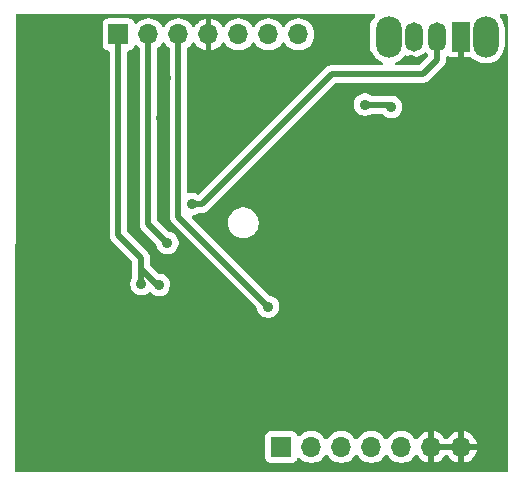
<source format=gbr>
%TF.GenerationSoftware,KiCad,Pcbnew,9.0.0*%
%TF.CreationDate,2026-01-02T12:21:10+01:00*%
%TF.ProjectId,PowerSupply,506f7765-7253-4757-9070-6c792e6b6963,rev?*%
%TF.SameCoordinates,Original*%
%TF.FileFunction,Copper,L2,Bot*%
%TF.FilePolarity,Positive*%
%FSLAX46Y46*%
G04 Gerber Fmt 4.6, Leading zero omitted, Abs format (unit mm)*
G04 Created by KiCad (PCBNEW 9.0.0) date 2026-01-02 12:21:10*
%MOMM*%
%LPD*%
G01*
G04 APERTURE LIST*
%TA.AperFunction,ComponentPad*%
%ADD10R,1.700000X1.700000*%
%TD*%
%TA.AperFunction,ComponentPad*%
%ADD11O,1.700000X1.700000*%
%TD*%
%TA.AperFunction,ComponentPad*%
%ADD12O,2.200000X3.500000*%
%TD*%
%TA.AperFunction,ComponentPad*%
%ADD13R,1.500000X2.500000*%
%TD*%
%TA.AperFunction,ComponentPad*%
%ADD14O,1.500000X2.500000*%
%TD*%
%TA.AperFunction,ViaPad*%
%ADD15C,0.900000*%
%TD*%
%TA.AperFunction,ViaPad*%
%ADD16C,0.600000*%
%TD*%
%TA.AperFunction,Conductor*%
%ADD17C,0.500000*%
%TD*%
G04 APERTURE END LIST*
D10*
%TO.P,J2,1,Pin_1*%
%TO.N,+3.3V*%
X487650000Y-325605000D03*
D11*
%TO.P,J2,2,Pin_2*%
%TO.N,+5V*%
X490190000Y-325605000D03*
%TO.P,J2,3,Pin_3*%
%TO.N,/power SCL*%
X492730000Y-325605000D03*
%TO.P,J2,4,Pin_4*%
%TO.N,/power SDA*%
X495270000Y-325605000D03*
%TO.P,J2,5,Pin_5*%
%TO.N,/voltage Alert Pin*%
X497810000Y-325605000D03*
%TO.P,J2,6,Pin_6*%
%TO.N,GND*%
X500350000Y-325605000D03*
%TO.P,J2,7,Pin_7*%
X502890000Y-325605000D03*
%TD*%
D10*
%TO.P,J1,1,Pin_1*%
%TO.N,/1.8v out*%
X473860000Y-290680000D03*
D11*
%TO.P,J1,2,Pin_2*%
%TO.N,/2.8v out*%
X476400000Y-290680000D03*
%TO.P,J1,3,Pin_3*%
%TO.N,/1.5v out*%
X478940000Y-290680000D03*
%TO.P,J1,4,Pin_4*%
%TO.N,GND*%
X481480000Y-290680000D03*
%TO.P,J1,5,Pin_5*%
%TO.N,/CC2*%
X484020000Y-290680000D03*
%TO.P,J1,6,Pin_6*%
%TO.N,/CC1*%
X486560000Y-290680000D03*
%TO.P,J1,7,Pin_7*%
%TO.N,/USB+*%
X489100000Y-290680000D03*
%TD*%
D12*
%TO.P,SW1,*%
%TO.N,*%
X504960000Y-290880000D03*
X496760000Y-290880000D03*
D13*
%TO.P,SW1,1,A*%
%TO.N,GND*%
X502860000Y-290880000D03*
D14*
%TO.P,SW1,2,B*%
%TO.N,Net-(SW1A-B)*%
X500860000Y-290880000D03*
%TO.P,SW1,3*%
%TO.N,N/C*%
X498860000Y-290880000D03*
%TD*%
D15*
%TO.N,GND*%
X492140000Y-299520000D03*
X488545000Y-311580000D03*
D16*
X485280000Y-302480000D03*
D15*
X482885000Y-299680000D03*
X465645000Y-312200000D03*
X494410000Y-310235000D03*
X467245000Y-292240000D03*
X478565000Y-312245000D03*
X498275000Y-296460000D03*
X474010000Y-322425000D03*
X501885000Y-296130000D03*
X489350000Y-306135000D03*
X497300000Y-320215000D03*
D16*
X477630000Y-300375000D03*
D15*
X477910000Y-294345000D03*
X477480000Y-297735000D03*
X494720000Y-292240000D03*
X471090000Y-322725000D03*
X494205000Y-311705000D03*
X489365000Y-314120000D03*
D16*
X505925000Y-300515000D03*
D15*
X490530000Y-316775000D03*
X502620000Y-294095000D03*
X469130000Y-292275000D03*
X481138002Y-313029498D03*
D16*
X497605000Y-318265000D03*
D15*
X487950000Y-312890000D03*
X484090000Y-317230000D03*
D16*
X496065000Y-303380000D03*
D15*
X475885000Y-320820000D03*
X504130000Y-311640000D03*
X471395000Y-310825000D03*
X490840000Y-311935000D03*
X493680000Y-312995000D03*
X504560000Y-323150000D03*
X501240000Y-302630000D03*
X481100000Y-316450000D03*
D16*
X482140000Y-300295000D03*
D15*
X486990000Y-312525000D03*
X502175000Y-301360000D03*
X501370000Y-322900000D03*
X492065000Y-321455000D03*
D16*
X480450000Y-289565000D03*
D15*
X485480000Y-316135000D03*
X498625000Y-292880000D03*
X486540000Y-321140000D03*
X470750000Y-319210000D03*
D16*
X481235000Y-293915000D03*
D15*
X474980000Y-321625000D03*
%TO.N,/USB+*%
X496955000Y-296825000D03*
X494730000Y-296624998D03*
%TO.N,Net-(SW1A-B)*%
X480075000Y-305055000D03*
%TO.N,/1.5v out*%
X486543175Y-313723175D03*
%TO.N,/1.8v out*%
X475795000Y-311820000D03*
X477315000Y-311895000D03*
%TO.N,/2.8v out*%
X478005000Y-308345000D03*
%TD*%
D17*
%TO.N,/USB+*%
X496955000Y-296825000D02*
X496754998Y-296624998D01*
X496754998Y-296624998D02*
X494730000Y-296624998D01*
%TO.N,Net-(SW1A-B)*%
X500860000Y-290880000D02*
X500860000Y-292815000D01*
X500860000Y-292815000D02*
X499660000Y-294015000D01*
X499660000Y-294015000D02*
X491955000Y-294015000D01*
X480915000Y-305055000D02*
X480075000Y-305055000D01*
X491955000Y-294015000D02*
X480915000Y-305055000D01*
%TO.N,/1.5v out*%
X478940000Y-306120000D02*
X486543175Y-313723175D01*
X478940000Y-290680000D02*
X478940000Y-306120000D01*
%TO.N,/1.8v out*%
X477116497Y-311895000D02*
X475795000Y-310573503D01*
X475795000Y-310573503D02*
X475795000Y-309630000D01*
X475795000Y-309630000D02*
X473860000Y-307695000D01*
X473860000Y-307695000D02*
X473860000Y-290680000D01*
X475795000Y-311820000D02*
X475795000Y-309630000D01*
X477315000Y-311895000D02*
X477116497Y-311895000D01*
%TO.N,/2.8v out*%
X476400000Y-306740000D02*
X478005000Y-308345000D01*
X476400000Y-290680000D02*
X476400000Y-306740000D01*
%TD*%
%TA.AperFunction,Conductor*%
%TO.N,GND*%
G36*
X502424075Y-325412007D02*
G01*
X502390000Y-325539174D01*
X502390000Y-325670826D01*
X502424075Y-325797993D01*
X502456988Y-325855000D01*
X500783012Y-325855000D01*
X500815925Y-325797993D01*
X500850000Y-325670826D01*
X500850000Y-325539174D01*
X500815925Y-325412007D01*
X500783012Y-325355000D01*
X502456988Y-325355000D01*
X502424075Y-325412007D01*
G37*
%TD.AperFunction*%
%TA.AperFunction,Conductor*%
G36*
X495538728Y-288975185D02*
G01*
X495584483Y-289027989D01*
X495594427Y-289097147D01*
X495565402Y-289160703D01*
X495559370Y-289167181D01*
X495539205Y-289187345D01*
X495539201Y-289187350D01*
X495391132Y-289391151D01*
X495276760Y-289615616D01*
X495198910Y-289855214D01*
X495159500Y-290104038D01*
X495159500Y-291655961D01*
X495198910Y-291904785D01*
X495276760Y-292144383D01*
X495308999Y-292207654D01*
X495373286Y-292333825D01*
X495391132Y-292368848D01*
X495539201Y-292572649D01*
X495539205Y-292572654D01*
X495717345Y-292750794D01*
X495717350Y-292750798D01*
X495895117Y-292879952D01*
X495921155Y-292898870D01*
X496064184Y-292971747D01*
X496145616Y-293013239D01*
X496145618Y-293013239D01*
X496145621Y-293013241D01*
X496174332Y-293022569D01*
X496232006Y-293062007D01*
X496259204Y-293126366D01*
X496247289Y-293195212D01*
X496200045Y-293246688D01*
X496136012Y-293264500D01*
X491881076Y-293264500D01*
X491852242Y-293270234D01*
X491852243Y-293270235D01*
X491736093Y-293293339D01*
X491736083Y-293293342D01*
X491656081Y-293326479D01*
X491656082Y-293326480D01*
X491599502Y-293349917D01*
X491550269Y-293382813D01*
X491476588Y-293432044D01*
X491476580Y-293432050D01*
X480699529Y-304209101D01*
X480638206Y-304242586D01*
X480568514Y-304237602D01*
X480542959Y-304224523D01*
X480525231Y-304212678D01*
X480525229Y-304212677D01*
X480352251Y-304141027D01*
X480352243Y-304141025D01*
X480168620Y-304104500D01*
X480168616Y-304104500D01*
X479981384Y-304104500D01*
X479933150Y-304114094D01*
X479838690Y-304132883D01*
X479769099Y-304126655D01*
X479713922Y-304083791D01*
X479690678Y-304017901D01*
X479690500Y-304011265D01*
X479690500Y-291867220D01*
X479710185Y-291800181D01*
X479741614Y-291766902D01*
X479819792Y-291710104D01*
X479970104Y-291559792D01*
X479970106Y-291559788D01*
X479970109Y-291559786D01*
X480095048Y-291387820D01*
X480095051Y-291387816D01*
X480099793Y-291378508D01*
X480147763Y-291327711D01*
X480215583Y-291310911D01*
X480281719Y-291333445D01*
X480320763Y-291378500D01*
X480325377Y-291387555D01*
X480450272Y-291559459D01*
X480450276Y-291559464D01*
X480600535Y-291709723D01*
X480600540Y-291709727D01*
X480772442Y-291834620D01*
X480961782Y-291931095D01*
X481163871Y-291996757D01*
X481230000Y-292007231D01*
X481230000Y-291113012D01*
X481287007Y-291145925D01*
X481414174Y-291180000D01*
X481545826Y-291180000D01*
X481672993Y-291145925D01*
X481730000Y-291113012D01*
X481730000Y-292007230D01*
X481796126Y-291996757D01*
X481796129Y-291996757D01*
X481998217Y-291931095D01*
X482187557Y-291834620D01*
X482359459Y-291709727D01*
X482359464Y-291709723D01*
X482509723Y-291559464D01*
X482509727Y-291559459D01*
X482634620Y-291387558D01*
X482639232Y-291378507D01*
X482687205Y-291327709D01*
X482755025Y-291310912D01*
X482821161Y-291333447D01*
X482860204Y-291378504D01*
X482864949Y-291387817D01*
X482989890Y-291559786D01*
X483140213Y-291710109D01*
X483312179Y-291835048D01*
X483312181Y-291835049D01*
X483312184Y-291835051D01*
X483501588Y-291931557D01*
X483703757Y-291997246D01*
X483913713Y-292030500D01*
X483913714Y-292030500D01*
X484126286Y-292030500D01*
X484126287Y-292030500D01*
X484336243Y-291997246D01*
X484538412Y-291931557D01*
X484727816Y-291835051D01*
X484814138Y-291772335D01*
X484899786Y-291710109D01*
X484899788Y-291710106D01*
X484899792Y-291710104D01*
X485050104Y-291559792D01*
X485050106Y-291559788D01*
X485050109Y-291559786D01*
X485175048Y-291387820D01*
X485175047Y-291387820D01*
X485175051Y-291387816D01*
X485179514Y-291379054D01*
X485227488Y-291328259D01*
X485295308Y-291311463D01*
X485361444Y-291333999D01*
X485400486Y-291379056D01*
X485404951Y-291387820D01*
X485529890Y-291559786D01*
X485680213Y-291710109D01*
X485852179Y-291835048D01*
X485852181Y-291835049D01*
X485852184Y-291835051D01*
X486041588Y-291931557D01*
X486243757Y-291997246D01*
X486453713Y-292030500D01*
X486453714Y-292030500D01*
X486666286Y-292030500D01*
X486666287Y-292030500D01*
X486876243Y-291997246D01*
X487078412Y-291931557D01*
X487267816Y-291835051D01*
X487354138Y-291772335D01*
X487439786Y-291710109D01*
X487439788Y-291710106D01*
X487439792Y-291710104D01*
X487590104Y-291559792D01*
X487590106Y-291559788D01*
X487590109Y-291559786D01*
X487715048Y-291387820D01*
X487715047Y-291387820D01*
X487715051Y-291387816D01*
X487719514Y-291379054D01*
X487767488Y-291328259D01*
X487835308Y-291311463D01*
X487901444Y-291333999D01*
X487940486Y-291379056D01*
X487944951Y-291387820D01*
X488069890Y-291559786D01*
X488220213Y-291710109D01*
X488392179Y-291835048D01*
X488392181Y-291835049D01*
X488392184Y-291835051D01*
X488581588Y-291931557D01*
X488783757Y-291997246D01*
X488993713Y-292030500D01*
X488993714Y-292030500D01*
X489206286Y-292030500D01*
X489206287Y-292030500D01*
X489416243Y-291997246D01*
X489618412Y-291931557D01*
X489807816Y-291835051D01*
X489894138Y-291772335D01*
X489979786Y-291710109D01*
X489979788Y-291710106D01*
X489979792Y-291710104D01*
X490130104Y-291559792D01*
X490130106Y-291559788D01*
X490130109Y-291559786D01*
X490255048Y-291387820D01*
X490255047Y-291387820D01*
X490255051Y-291387816D01*
X490351557Y-291198412D01*
X490417246Y-290996243D01*
X490450500Y-290786287D01*
X490450500Y-290573713D01*
X490417246Y-290363757D01*
X490351557Y-290161588D01*
X490255051Y-289972184D01*
X490255049Y-289972181D01*
X490255048Y-289972179D01*
X490130109Y-289800213D01*
X489979786Y-289649890D01*
X489807820Y-289524951D01*
X489618414Y-289428444D01*
X489618413Y-289428443D01*
X489618412Y-289428443D01*
X489416243Y-289362754D01*
X489416241Y-289362753D01*
X489416240Y-289362753D01*
X489254120Y-289337076D01*
X489206287Y-289329500D01*
X488993713Y-289329500D01*
X488945880Y-289337076D01*
X488783760Y-289362753D01*
X488581585Y-289428444D01*
X488392179Y-289524951D01*
X488220213Y-289649890D01*
X488069890Y-289800213D01*
X487944949Y-289972182D01*
X487940484Y-289980946D01*
X487892509Y-290031742D01*
X487824688Y-290048536D01*
X487758553Y-290025998D01*
X487719516Y-289980946D01*
X487715050Y-289972182D01*
X487590109Y-289800213D01*
X487439786Y-289649890D01*
X487267820Y-289524951D01*
X487078414Y-289428444D01*
X487078413Y-289428443D01*
X487078412Y-289428443D01*
X486876243Y-289362754D01*
X486876241Y-289362753D01*
X486876240Y-289362753D01*
X486714120Y-289337076D01*
X486666287Y-289329500D01*
X486453713Y-289329500D01*
X486405880Y-289337076D01*
X486243760Y-289362753D01*
X486041585Y-289428444D01*
X485852179Y-289524951D01*
X485680213Y-289649890D01*
X485529890Y-289800213D01*
X485404949Y-289972182D01*
X485400484Y-289980946D01*
X485352509Y-290031742D01*
X485284688Y-290048536D01*
X485218553Y-290025998D01*
X485179516Y-289980946D01*
X485175050Y-289972182D01*
X485050109Y-289800213D01*
X484899786Y-289649890D01*
X484727820Y-289524951D01*
X484538414Y-289428444D01*
X484538413Y-289428443D01*
X484538412Y-289428443D01*
X484336243Y-289362754D01*
X484336241Y-289362753D01*
X484336240Y-289362753D01*
X484174120Y-289337076D01*
X484126287Y-289329500D01*
X483913713Y-289329500D01*
X483865880Y-289337076D01*
X483703760Y-289362753D01*
X483501585Y-289428444D01*
X483312179Y-289524951D01*
X483140213Y-289649890D01*
X482989890Y-289800213D01*
X482864949Y-289972182D01*
X482860202Y-289981499D01*
X482812227Y-290032293D01*
X482744405Y-290049087D01*
X482678271Y-290026548D01*
X482639234Y-289981495D01*
X482634622Y-289972444D01*
X482509727Y-289800540D01*
X482509723Y-289800535D01*
X482359464Y-289650276D01*
X482359459Y-289650272D01*
X482187557Y-289525379D01*
X481998215Y-289428903D01*
X481796124Y-289363241D01*
X481730000Y-289352768D01*
X481730000Y-290246988D01*
X481672993Y-290214075D01*
X481545826Y-290180000D01*
X481414174Y-290180000D01*
X481287007Y-290214075D01*
X481230000Y-290246988D01*
X481230000Y-289352768D01*
X481229999Y-289352768D01*
X481163875Y-289363241D01*
X480961784Y-289428903D01*
X480772442Y-289525379D01*
X480600540Y-289650272D01*
X480600535Y-289650276D01*
X480450276Y-289800535D01*
X480450272Y-289800540D01*
X480325378Y-289972443D01*
X480320762Y-289981502D01*
X480272784Y-290032295D01*
X480204963Y-290049087D01*
X480138829Y-290026546D01*
X480099794Y-289981493D01*
X480095051Y-289972184D01*
X480095049Y-289972181D01*
X480095048Y-289972179D01*
X479970109Y-289800213D01*
X479819786Y-289649890D01*
X479647820Y-289524951D01*
X479458414Y-289428444D01*
X479458413Y-289428443D01*
X479458412Y-289428443D01*
X479256243Y-289362754D01*
X479256241Y-289362753D01*
X479256240Y-289362753D01*
X479094120Y-289337076D01*
X479046287Y-289329500D01*
X478833713Y-289329500D01*
X478785880Y-289337076D01*
X478623760Y-289362753D01*
X478421585Y-289428444D01*
X478232179Y-289524951D01*
X478060213Y-289649890D01*
X477909890Y-289800213D01*
X477784949Y-289972182D01*
X477780484Y-289980946D01*
X477732509Y-290031742D01*
X477664688Y-290048536D01*
X477598553Y-290025998D01*
X477559516Y-289980946D01*
X477555050Y-289972182D01*
X477430109Y-289800213D01*
X477279786Y-289649890D01*
X477107820Y-289524951D01*
X476918414Y-289428444D01*
X476918413Y-289428443D01*
X476918412Y-289428443D01*
X476716243Y-289362754D01*
X476716241Y-289362753D01*
X476716240Y-289362753D01*
X476554120Y-289337076D01*
X476506287Y-289329500D01*
X476293713Y-289329500D01*
X476245880Y-289337076D01*
X476083760Y-289362753D01*
X475881585Y-289428444D01*
X475692179Y-289524951D01*
X475520215Y-289649889D01*
X475406673Y-289763431D01*
X475345350Y-289796915D01*
X475275658Y-289791931D01*
X475219725Y-289750059D01*
X475202810Y-289719082D01*
X475153797Y-289587671D01*
X475153793Y-289587664D01*
X475067547Y-289472455D01*
X475067544Y-289472452D01*
X474952335Y-289386206D01*
X474952328Y-289386202D01*
X474817482Y-289335908D01*
X474817483Y-289335908D01*
X474757883Y-289329501D01*
X474757881Y-289329500D01*
X474757873Y-289329500D01*
X474757864Y-289329500D01*
X472962129Y-289329500D01*
X472962123Y-289329501D01*
X472902516Y-289335908D01*
X472767671Y-289386202D01*
X472767664Y-289386206D01*
X472652455Y-289472452D01*
X472652452Y-289472455D01*
X472566206Y-289587664D01*
X472566202Y-289587671D01*
X472515908Y-289722517D01*
X472509501Y-289782116D01*
X472509500Y-289782135D01*
X472509500Y-291577870D01*
X472509501Y-291577876D01*
X472515908Y-291637483D01*
X472566202Y-291772328D01*
X472566206Y-291772335D01*
X472652452Y-291887544D01*
X472652455Y-291887547D01*
X472767664Y-291973793D01*
X472767671Y-291973797D01*
X472812618Y-291990561D01*
X472902517Y-292024091D01*
X472962127Y-292030500D01*
X472985497Y-292030499D01*
X473052536Y-292050181D01*
X473098292Y-292102983D01*
X473109500Y-292154499D01*
X473109500Y-307768918D01*
X473109500Y-307768920D01*
X473109499Y-307768920D01*
X473138340Y-307913907D01*
X473138343Y-307913917D01*
X473194913Y-308050490D01*
X473194915Y-308050493D01*
X473206447Y-308067753D01*
X473206446Y-308067753D01*
X473277046Y-308173414D01*
X473277052Y-308173421D01*
X475008181Y-309904548D01*
X475041666Y-309965871D01*
X475044500Y-309992229D01*
X475044500Y-311194732D01*
X475024815Y-311261771D01*
X475023602Y-311263622D01*
X474952678Y-311369767D01*
X474881027Y-311542748D01*
X474881025Y-311542756D01*
X474844500Y-311726379D01*
X474844500Y-311913620D01*
X474881025Y-312097243D01*
X474881027Y-312097251D01*
X474952676Y-312270228D01*
X474952681Y-312270237D01*
X475056697Y-312425907D01*
X475056700Y-312425911D01*
X475189088Y-312558299D01*
X475189092Y-312558302D01*
X475344762Y-312662318D01*
X475344768Y-312662321D01*
X475344769Y-312662322D01*
X475517749Y-312733973D01*
X475701379Y-312770499D01*
X475701383Y-312770500D01*
X475701384Y-312770500D01*
X475888617Y-312770500D01*
X475888618Y-312770499D01*
X476072251Y-312733973D01*
X476245231Y-312662322D01*
X476400908Y-312558302D01*
X476429818Y-312529390D01*
X476491137Y-312495907D01*
X476560829Y-312500889D01*
X476605180Y-312529391D01*
X476709088Y-312633299D01*
X476709092Y-312633302D01*
X476864762Y-312737318D01*
X476864768Y-312737321D01*
X476864769Y-312737322D01*
X477037749Y-312808973D01*
X477221379Y-312845499D01*
X477221383Y-312845500D01*
X477221384Y-312845500D01*
X477408617Y-312845500D01*
X477408618Y-312845499D01*
X477592251Y-312808973D01*
X477765231Y-312737322D01*
X477920908Y-312633302D01*
X478053302Y-312500908D01*
X478157322Y-312345231D01*
X478228973Y-312172251D01*
X478265500Y-311988616D01*
X478265500Y-311801384D01*
X478228973Y-311617749D01*
X478157322Y-311444769D01*
X478157321Y-311444768D01*
X478157318Y-311444762D01*
X478053302Y-311289092D01*
X478053299Y-311289088D01*
X477920911Y-311156700D01*
X477920907Y-311156697D01*
X477765237Y-311052681D01*
X477765228Y-311052676D01*
X477592251Y-310981027D01*
X477592243Y-310981025D01*
X477408620Y-310944500D01*
X477408616Y-310944500D01*
X477278727Y-310944500D01*
X477211688Y-310924815D01*
X477191046Y-310908181D01*
X476581819Y-310298954D01*
X476548334Y-310237631D01*
X476545500Y-310211273D01*
X476545500Y-309556079D01*
X476516659Y-309411092D01*
X476516658Y-309411091D01*
X476516658Y-309411087D01*
X476516656Y-309411082D01*
X476460087Y-309274511D01*
X476460080Y-309274498D01*
X476377952Y-309151585D01*
X476377951Y-309151584D01*
X476273416Y-309047049D01*
X474646819Y-307420451D01*
X474613334Y-307359128D01*
X474610500Y-307332770D01*
X474610500Y-292154499D01*
X474630185Y-292087460D01*
X474682989Y-292041705D01*
X474734500Y-292030499D01*
X474757871Y-292030499D01*
X474757872Y-292030499D01*
X474817483Y-292024091D01*
X474952331Y-291973796D01*
X475067546Y-291887546D01*
X475153796Y-291772331D01*
X475202810Y-291640916D01*
X475244681Y-291584984D01*
X475310145Y-291560566D01*
X475378418Y-291575417D01*
X475406673Y-291596569D01*
X475520208Y-291710104D01*
X475598384Y-291766902D01*
X475641051Y-291822231D01*
X475649500Y-291867220D01*
X475649500Y-306813918D01*
X475649500Y-306813920D01*
X475649499Y-306813920D01*
X475678340Y-306958907D01*
X475678343Y-306958917D01*
X475734913Y-307095490D01*
X475734914Y-307095492D01*
X475757450Y-307129219D01*
X475757451Y-307129221D01*
X475817043Y-307218410D01*
X475817047Y-307218415D01*
X477032185Y-308433553D01*
X477065670Y-308494876D01*
X477066121Y-308497043D01*
X477091025Y-308622243D01*
X477091027Y-308622251D01*
X477162676Y-308795228D01*
X477162681Y-308795237D01*
X477266697Y-308950907D01*
X477266700Y-308950911D01*
X477399088Y-309083299D01*
X477399092Y-309083302D01*
X477554762Y-309187318D01*
X477554768Y-309187321D01*
X477554769Y-309187322D01*
X477727749Y-309258973D01*
X477911379Y-309295499D01*
X477911383Y-309295500D01*
X477911384Y-309295500D01*
X478098617Y-309295500D01*
X478098618Y-309295499D01*
X478282251Y-309258973D01*
X478455231Y-309187322D01*
X478610908Y-309083302D01*
X478743302Y-308950908D01*
X478847322Y-308795231D01*
X478918973Y-308622251D01*
X478955500Y-308438616D01*
X478955500Y-308251384D01*
X478918973Y-308067749D01*
X478847322Y-307894769D01*
X478847321Y-307894768D01*
X478847318Y-307894762D01*
X478743302Y-307739092D01*
X478743299Y-307739088D01*
X478610911Y-307606700D01*
X478610907Y-307606697D01*
X478455237Y-307502681D01*
X478455228Y-307502676D01*
X478282251Y-307431027D01*
X478282243Y-307431025D01*
X478157043Y-307406121D01*
X478095132Y-307373736D01*
X478093553Y-307372185D01*
X477186819Y-306465451D01*
X477153334Y-306404128D01*
X477150500Y-306377770D01*
X477150500Y-291867220D01*
X477170185Y-291800181D01*
X477201614Y-291766902D01*
X477279792Y-291710104D01*
X477430104Y-291559792D01*
X477430106Y-291559788D01*
X477430109Y-291559786D01*
X477555048Y-291387820D01*
X477555047Y-291387820D01*
X477555051Y-291387816D01*
X477559514Y-291379054D01*
X477607488Y-291328259D01*
X477675308Y-291311463D01*
X477741444Y-291333999D01*
X477780486Y-291379056D01*
X477784951Y-291387820D01*
X477909890Y-291559786D01*
X477909896Y-291559792D01*
X478060208Y-291710104D01*
X478138384Y-291766902D01*
X478181051Y-291822231D01*
X478189500Y-291867220D01*
X478189500Y-306193918D01*
X478189500Y-306193920D01*
X478189499Y-306193920D01*
X478218340Y-306338907D01*
X478218343Y-306338917D01*
X478274914Y-306475491D01*
X478274916Y-306475495D01*
X478305380Y-306521088D01*
X478305379Y-306521088D01*
X478357046Y-306598414D01*
X478357052Y-306598421D01*
X485570360Y-313811727D01*
X485603845Y-313873050D01*
X485604296Y-313875217D01*
X485629200Y-314000418D01*
X485629202Y-314000426D01*
X485700851Y-314173403D01*
X485700856Y-314173412D01*
X485804872Y-314329082D01*
X485804875Y-314329086D01*
X485937263Y-314461474D01*
X485937267Y-314461477D01*
X486092937Y-314565493D01*
X486092943Y-314565496D01*
X486092944Y-314565497D01*
X486265924Y-314637148D01*
X486449554Y-314673674D01*
X486449558Y-314673675D01*
X486449559Y-314673675D01*
X486636792Y-314673675D01*
X486636793Y-314673674D01*
X486820426Y-314637148D01*
X486993406Y-314565497D01*
X487149083Y-314461477D01*
X487281477Y-314329083D01*
X487385497Y-314173406D01*
X487457148Y-314000426D01*
X487493675Y-313816791D01*
X487493675Y-313629559D01*
X487457148Y-313445924D01*
X487385497Y-313272944D01*
X487385496Y-313272943D01*
X487385493Y-313272937D01*
X487281477Y-313117267D01*
X487281474Y-313117263D01*
X487149086Y-312984875D01*
X487149082Y-312984872D01*
X486993412Y-312880856D01*
X486993403Y-312880851D01*
X486820426Y-312809202D01*
X486820418Y-312809200D01*
X486695217Y-312784296D01*
X486633306Y-312751911D01*
X486631727Y-312750360D01*
X483292449Y-309411082D01*
X480409016Y-306527648D01*
X483129500Y-306527648D01*
X483129500Y-306732351D01*
X483161522Y-306934534D01*
X483208374Y-307078729D01*
X483213822Y-307095495D01*
X483224781Y-307129221D01*
X483317715Y-307311613D01*
X483438028Y-307477213D01*
X483582786Y-307621971D01*
X483737749Y-307734556D01*
X483748390Y-307742287D01*
X483864607Y-307801503D01*
X483930776Y-307835218D01*
X483930778Y-307835218D01*
X483930781Y-307835220D01*
X484035137Y-307869127D01*
X484125465Y-307898477D01*
X484222886Y-307913907D01*
X484327648Y-307930500D01*
X484327649Y-307930500D01*
X484532351Y-307930500D01*
X484532352Y-307930500D01*
X484734534Y-307898477D01*
X484929219Y-307835220D01*
X485111610Y-307742287D01*
X485204590Y-307674732D01*
X485277213Y-307621971D01*
X485277215Y-307621968D01*
X485277219Y-307621966D01*
X485421966Y-307477219D01*
X485421968Y-307477215D01*
X485421971Y-307477213D01*
X485526913Y-307332770D01*
X485542287Y-307311610D01*
X485635220Y-307129219D01*
X485698477Y-306934534D01*
X485730500Y-306732352D01*
X485730500Y-306527648D01*
X485706761Y-306377770D01*
X485698477Y-306325465D01*
X485635218Y-306130776D01*
X485583462Y-306029200D01*
X485542287Y-305948390D01*
X485505185Y-305897323D01*
X485421971Y-305782786D01*
X485277213Y-305638028D01*
X485111613Y-305517715D01*
X485111612Y-305517714D01*
X485111610Y-305517713D01*
X485054653Y-305488691D01*
X484929223Y-305424781D01*
X484734534Y-305361522D01*
X484559995Y-305333878D01*
X484532352Y-305329500D01*
X484327648Y-305329500D01*
X484303329Y-305333351D01*
X484125465Y-305361522D01*
X483930776Y-305424781D01*
X483748386Y-305517715D01*
X483582786Y-305638028D01*
X483438028Y-305782786D01*
X483317715Y-305948386D01*
X483224781Y-306130776D01*
X483161522Y-306325465D01*
X483129500Y-306527648D01*
X480409016Y-306527648D01*
X480097513Y-306216145D01*
X480064030Y-306154825D01*
X480069014Y-306085133D01*
X480110886Y-306029200D01*
X480163087Y-306008932D01*
X480162641Y-306006689D01*
X480250210Y-305989269D01*
X480352251Y-305968973D01*
X480525231Y-305897322D01*
X480631376Y-305826397D01*
X480698053Y-305805520D01*
X480700267Y-305805500D01*
X480988920Y-305805500D01*
X481103131Y-305782781D01*
X481133913Y-305776658D01*
X481270495Y-305720084D01*
X481329735Y-305680501D01*
X481393416Y-305637952D01*
X490499991Y-296531377D01*
X493779500Y-296531377D01*
X493779500Y-296718618D01*
X493816025Y-296902241D01*
X493816027Y-296902249D01*
X493887676Y-297075226D01*
X493887681Y-297075235D01*
X493991697Y-297230905D01*
X493991700Y-297230909D01*
X494124088Y-297363297D01*
X494124092Y-297363300D01*
X494279762Y-297467316D01*
X494279768Y-297467319D01*
X494279769Y-297467320D01*
X494452749Y-297538971D01*
X494636379Y-297575497D01*
X494636383Y-297575498D01*
X494636384Y-297575498D01*
X494823617Y-297575498D01*
X494823618Y-297575497D01*
X495007251Y-297538971D01*
X495180231Y-297467320D01*
X495286376Y-297396395D01*
X495353053Y-297375518D01*
X495355267Y-297375498D01*
X496113395Y-297375498D01*
X496180434Y-297395183D01*
X496212384Y-297426569D01*
X496212834Y-297426200D01*
X496216266Y-297430382D01*
X496216501Y-297430613D01*
X496216699Y-297430910D01*
X496349088Y-297563299D01*
X496349092Y-297563302D01*
X496504762Y-297667318D01*
X496504768Y-297667321D01*
X496504769Y-297667322D01*
X496677749Y-297738973D01*
X496861379Y-297775499D01*
X496861383Y-297775500D01*
X496861384Y-297775500D01*
X497048617Y-297775500D01*
X497048618Y-297775499D01*
X497232251Y-297738973D01*
X497405231Y-297667322D01*
X497560908Y-297563302D01*
X497693302Y-297430908D01*
X497797322Y-297275231D01*
X497868973Y-297102251D01*
X497905500Y-296918616D01*
X497905500Y-296731384D01*
X497868973Y-296547749D01*
X497797322Y-296374769D01*
X497797321Y-296374768D01*
X497797318Y-296374762D01*
X497693302Y-296219092D01*
X497693299Y-296219088D01*
X497560911Y-296086700D01*
X497560907Y-296086697D01*
X497405237Y-295982681D01*
X497405228Y-295982676D01*
X497232251Y-295911027D01*
X497232243Y-295911025D01*
X497048620Y-295874500D01*
X497048616Y-295874500D01*
X496861384Y-295874500D01*
X496861379Y-295874500D01*
X496857304Y-295874901D01*
X496833019Y-295874901D01*
X496828923Y-295874498D01*
X496828916Y-295874498D01*
X495355267Y-295874498D01*
X495288228Y-295854813D01*
X495286376Y-295853600D01*
X495180236Y-295782679D01*
X495180228Y-295782674D01*
X495007251Y-295711025D01*
X495007243Y-295711023D01*
X494823620Y-295674498D01*
X494823616Y-295674498D01*
X494636384Y-295674498D01*
X494636379Y-295674498D01*
X494452756Y-295711023D01*
X494452748Y-295711025D01*
X494279771Y-295782674D01*
X494279762Y-295782679D01*
X494124092Y-295886695D01*
X494124088Y-295886698D01*
X493991700Y-296019086D01*
X493991697Y-296019090D01*
X493887681Y-296174760D01*
X493887676Y-296174769D01*
X493816027Y-296347746D01*
X493816025Y-296347754D01*
X493779500Y-296531377D01*
X490499991Y-296531377D01*
X492229549Y-294801819D01*
X492290872Y-294768334D01*
X492317230Y-294765500D01*
X499733920Y-294765500D01*
X499831462Y-294746096D01*
X499878913Y-294736658D01*
X500015495Y-294680084D01*
X500064729Y-294647186D01*
X500138416Y-294597952D01*
X501442951Y-293293416D01*
X501525084Y-293170495D01*
X501581658Y-293033913D01*
X501591096Y-292986462D01*
X501610500Y-292888920D01*
X501610500Y-292628377D01*
X501630185Y-292561338D01*
X501682989Y-292515583D01*
X501752147Y-292505639D01*
X501808812Y-292529111D01*
X501867910Y-292573352D01*
X501867913Y-292573354D01*
X502002620Y-292623596D01*
X502002627Y-292623598D01*
X502062155Y-292629999D01*
X502062172Y-292630000D01*
X502610000Y-292630000D01*
X502610000Y-291255277D01*
X502686306Y-291299333D01*
X502800756Y-291330000D01*
X502919244Y-291330000D01*
X503033694Y-291299333D01*
X503110000Y-291255277D01*
X503110000Y-292630000D01*
X503657828Y-292630000D01*
X503657841Y-292629999D01*
X503724096Y-292622875D01*
X503792856Y-292635279D01*
X503825034Y-292658483D01*
X503917345Y-292750794D01*
X503917350Y-292750798D01*
X504095117Y-292879952D01*
X504121155Y-292898870D01*
X504264184Y-292971747D01*
X504345616Y-293013239D01*
X504345618Y-293013239D01*
X504345621Y-293013241D01*
X504585215Y-293091090D01*
X504834038Y-293130500D01*
X504834039Y-293130500D01*
X505085961Y-293130500D01*
X505085962Y-293130500D01*
X505334785Y-293091090D01*
X505574379Y-293013241D01*
X505798845Y-292898870D01*
X506002656Y-292750793D01*
X506180793Y-292572656D01*
X506328870Y-292368845D01*
X506443241Y-292144379D01*
X506521090Y-291904785D01*
X506560500Y-291655962D01*
X506560500Y-290104038D01*
X506521090Y-289855215D01*
X506443241Y-289615621D01*
X506443239Y-289615618D01*
X506443239Y-289615616D01*
X506370294Y-289472455D01*
X506328870Y-289391155D01*
X506298746Y-289349693D01*
X506180798Y-289187350D01*
X506180794Y-289187345D01*
X506160630Y-289167181D01*
X506127145Y-289105858D01*
X506132129Y-289036166D01*
X506174001Y-288980233D01*
X506239465Y-288955816D01*
X506248311Y-288955500D01*
X506685500Y-288955500D01*
X506752539Y-288975185D01*
X506798294Y-289027989D01*
X506809500Y-289079500D01*
X506809516Y-327635572D01*
X506789831Y-327702611D01*
X506737028Y-327748366D01*
X506685531Y-327759572D01*
X465259789Y-327764426D01*
X465192747Y-327744749D01*
X465146986Y-327691951D01*
X465135774Y-327640368D01*
X465136187Y-326759620D01*
X465137150Y-324707135D01*
X486299500Y-324707135D01*
X486299500Y-326502870D01*
X486299501Y-326502876D01*
X486305908Y-326562483D01*
X486356202Y-326697328D01*
X486356206Y-326697335D01*
X486442452Y-326812544D01*
X486442455Y-326812547D01*
X486557664Y-326898793D01*
X486557671Y-326898797D01*
X486692517Y-326949091D01*
X486692516Y-326949091D01*
X486699444Y-326949835D01*
X486752127Y-326955500D01*
X488547872Y-326955499D01*
X488607483Y-326949091D01*
X488742331Y-326898796D01*
X488857546Y-326812546D01*
X488943796Y-326697331D01*
X488992810Y-326565916D01*
X489034681Y-326509984D01*
X489100145Y-326485566D01*
X489168418Y-326500417D01*
X489196673Y-326521569D01*
X489310213Y-326635109D01*
X489482179Y-326760048D01*
X489482181Y-326760049D01*
X489482184Y-326760051D01*
X489671588Y-326856557D01*
X489873757Y-326922246D01*
X490083713Y-326955500D01*
X490083714Y-326955500D01*
X490296286Y-326955500D01*
X490296287Y-326955500D01*
X490506243Y-326922246D01*
X490708412Y-326856557D01*
X490897816Y-326760051D01*
X490984138Y-326697335D01*
X491069786Y-326635109D01*
X491069788Y-326635106D01*
X491069792Y-326635104D01*
X491220104Y-326484792D01*
X491220106Y-326484788D01*
X491220109Y-326484786D01*
X491345048Y-326312820D01*
X491345047Y-326312820D01*
X491345051Y-326312816D01*
X491349514Y-326304054D01*
X491397488Y-326253259D01*
X491465308Y-326236463D01*
X491531444Y-326258999D01*
X491570486Y-326304056D01*
X491574951Y-326312820D01*
X491699890Y-326484786D01*
X491850213Y-326635109D01*
X492022179Y-326760048D01*
X492022181Y-326760049D01*
X492022184Y-326760051D01*
X492211588Y-326856557D01*
X492413757Y-326922246D01*
X492623713Y-326955500D01*
X492623714Y-326955500D01*
X492836286Y-326955500D01*
X492836287Y-326955500D01*
X493046243Y-326922246D01*
X493248412Y-326856557D01*
X493437816Y-326760051D01*
X493524138Y-326697335D01*
X493609786Y-326635109D01*
X493609788Y-326635106D01*
X493609792Y-326635104D01*
X493760104Y-326484792D01*
X493760106Y-326484788D01*
X493760109Y-326484786D01*
X493885048Y-326312820D01*
X493885047Y-326312820D01*
X493885051Y-326312816D01*
X493889514Y-326304054D01*
X493937488Y-326253259D01*
X494005308Y-326236463D01*
X494071444Y-326258999D01*
X494110486Y-326304056D01*
X494114951Y-326312820D01*
X494239890Y-326484786D01*
X494390213Y-326635109D01*
X494562179Y-326760048D01*
X494562181Y-326760049D01*
X494562184Y-326760051D01*
X494751588Y-326856557D01*
X494953757Y-326922246D01*
X495163713Y-326955500D01*
X495163714Y-326955500D01*
X495376286Y-326955500D01*
X495376287Y-326955500D01*
X495586243Y-326922246D01*
X495788412Y-326856557D01*
X495977816Y-326760051D01*
X496064138Y-326697335D01*
X496149786Y-326635109D01*
X496149788Y-326635106D01*
X496149792Y-326635104D01*
X496300104Y-326484792D01*
X496300106Y-326484788D01*
X496300109Y-326484786D01*
X496425048Y-326312820D01*
X496425047Y-326312820D01*
X496425051Y-326312816D01*
X496429514Y-326304054D01*
X496477488Y-326253259D01*
X496545308Y-326236463D01*
X496611444Y-326258999D01*
X496650486Y-326304056D01*
X496654951Y-326312820D01*
X496779890Y-326484786D01*
X496930213Y-326635109D01*
X497102179Y-326760048D01*
X497102181Y-326760049D01*
X497102184Y-326760051D01*
X497291588Y-326856557D01*
X497493757Y-326922246D01*
X497703713Y-326955500D01*
X497703714Y-326955500D01*
X497916286Y-326955500D01*
X497916287Y-326955500D01*
X498126243Y-326922246D01*
X498328412Y-326856557D01*
X498517816Y-326760051D01*
X498604138Y-326697335D01*
X498689786Y-326635109D01*
X498689788Y-326635106D01*
X498689792Y-326635104D01*
X498840104Y-326484792D01*
X498840106Y-326484788D01*
X498840109Y-326484786D01*
X498965048Y-326312820D01*
X498965051Y-326312816D01*
X498969793Y-326303508D01*
X499017763Y-326252711D01*
X499085583Y-326235911D01*
X499151719Y-326258445D01*
X499190763Y-326303500D01*
X499195377Y-326312555D01*
X499320272Y-326484459D01*
X499320276Y-326484464D01*
X499470535Y-326634723D01*
X499470540Y-326634727D01*
X499642442Y-326759620D01*
X499831782Y-326856095D01*
X500033871Y-326921757D01*
X500100000Y-326932231D01*
X500100000Y-326038012D01*
X500157007Y-326070925D01*
X500284174Y-326105000D01*
X500415826Y-326105000D01*
X500542993Y-326070925D01*
X500600000Y-326038012D01*
X500600000Y-326932230D01*
X500666126Y-326921757D01*
X500666129Y-326921757D01*
X500868217Y-326856095D01*
X501057557Y-326759620D01*
X501229459Y-326634727D01*
X501229464Y-326634723D01*
X501379723Y-326484464D01*
X501379727Y-326484459D01*
X501504620Y-326312558D01*
X501509514Y-326302954D01*
X501557488Y-326252157D01*
X501625308Y-326235361D01*
X501691444Y-326257897D01*
X501730486Y-326302954D01*
X501735379Y-326312558D01*
X501860272Y-326484459D01*
X501860276Y-326484464D01*
X502010535Y-326634723D01*
X502010540Y-326634727D01*
X502182442Y-326759620D01*
X502371782Y-326856095D01*
X502573871Y-326921757D01*
X502640000Y-326932231D01*
X502640000Y-326038012D01*
X502697007Y-326070925D01*
X502824174Y-326105000D01*
X502955826Y-326105000D01*
X503082993Y-326070925D01*
X503140000Y-326038012D01*
X503140000Y-326932230D01*
X503206126Y-326921757D01*
X503206129Y-326921757D01*
X503408217Y-326856095D01*
X503597557Y-326759620D01*
X503769459Y-326634727D01*
X503769464Y-326634723D01*
X503919723Y-326484464D01*
X503919727Y-326484459D01*
X504044620Y-326312557D01*
X504141095Y-326123217D01*
X504206757Y-325921129D01*
X504206757Y-325921126D01*
X504217231Y-325855000D01*
X503323012Y-325855000D01*
X503355925Y-325797993D01*
X503390000Y-325670826D01*
X503390000Y-325539174D01*
X503355925Y-325412007D01*
X503323012Y-325355000D01*
X504217231Y-325355000D01*
X504206757Y-325288873D01*
X504206757Y-325288870D01*
X504141095Y-325086782D01*
X504044620Y-324897442D01*
X503919727Y-324725540D01*
X503919723Y-324725535D01*
X503769464Y-324575276D01*
X503769459Y-324575272D01*
X503597557Y-324450379D01*
X503408215Y-324353903D01*
X503206124Y-324288241D01*
X503140000Y-324277768D01*
X503140000Y-325171988D01*
X503082993Y-325139075D01*
X502955826Y-325105000D01*
X502824174Y-325105000D01*
X502697007Y-325139075D01*
X502640000Y-325171988D01*
X502640000Y-324277768D01*
X502639999Y-324277768D01*
X502573875Y-324288241D01*
X502371784Y-324353903D01*
X502182442Y-324450379D01*
X502010540Y-324575272D01*
X502010535Y-324575276D01*
X501860276Y-324725535D01*
X501860272Y-324725540D01*
X501735377Y-324897444D01*
X501730484Y-324907048D01*
X501682509Y-324957844D01*
X501614688Y-324974638D01*
X501548553Y-324952100D01*
X501509516Y-324907048D01*
X501504622Y-324897444D01*
X501379727Y-324725540D01*
X501379723Y-324725535D01*
X501229464Y-324575276D01*
X501229459Y-324575272D01*
X501057557Y-324450379D01*
X500868215Y-324353903D01*
X500666124Y-324288241D01*
X500600000Y-324277768D01*
X500600000Y-325171988D01*
X500542993Y-325139075D01*
X500415826Y-325105000D01*
X500284174Y-325105000D01*
X500157007Y-325139075D01*
X500100000Y-325171988D01*
X500100000Y-324277768D01*
X500099999Y-324277768D01*
X500033875Y-324288241D01*
X499831784Y-324353903D01*
X499642442Y-324450379D01*
X499470540Y-324575272D01*
X499470535Y-324575276D01*
X499320276Y-324725535D01*
X499320272Y-324725540D01*
X499195378Y-324897443D01*
X499190762Y-324906502D01*
X499142784Y-324957295D01*
X499074963Y-324974087D01*
X499008829Y-324951546D01*
X498969794Y-324906493D01*
X498965051Y-324897184D01*
X498965049Y-324897181D01*
X498965048Y-324897179D01*
X498840109Y-324725213D01*
X498689786Y-324574890D01*
X498517820Y-324449951D01*
X498328414Y-324353444D01*
X498328413Y-324353443D01*
X498328412Y-324353443D01*
X498126243Y-324287754D01*
X498126241Y-324287753D01*
X498126240Y-324287753D01*
X497964957Y-324262208D01*
X497916287Y-324254500D01*
X497703713Y-324254500D01*
X497655042Y-324262208D01*
X497493760Y-324287753D01*
X497291585Y-324353444D01*
X497102179Y-324449951D01*
X496930213Y-324574890D01*
X496779890Y-324725213D01*
X496654949Y-324897182D01*
X496650484Y-324905946D01*
X496602509Y-324956742D01*
X496534688Y-324973536D01*
X496468553Y-324950998D01*
X496429516Y-324905946D01*
X496425050Y-324897182D01*
X496300109Y-324725213D01*
X496149786Y-324574890D01*
X495977820Y-324449951D01*
X495788414Y-324353444D01*
X495788413Y-324353443D01*
X495788412Y-324353443D01*
X495586243Y-324287754D01*
X495586241Y-324287753D01*
X495586240Y-324287753D01*
X495424957Y-324262208D01*
X495376287Y-324254500D01*
X495163713Y-324254500D01*
X495115042Y-324262208D01*
X494953760Y-324287753D01*
X494751585Y-324353444D01*
X494562179Y-324449951D01*
X494390213Y-324574890D01*
X494239890Y-324725213D01*
X494114949Y-324897182D01*
X494110484Y-324905946D01*
X494062509Y-324956742D01*
X493994688Y-324973536D01*
X493928553Y-324950998D01*
X493889516Y-324905946D01*
X493885050Y-324897182D01*
X493760109Y-324725213D01*
X493609786Y-324574890D01*
X493437820Y-324449951D01*
X493248414Y-324353444D01*
X493248413Y-324353443D01*
X493248412Y-324353443D01*
X493046243Y-324287754D01*
X493046241Y-324287753D01*
X493046240Y-324287753D01*
X492884957Y-324262208D01*
X492836287Y-324254500D01*
X492623713Y-324254500D01*
X492575042Y-324262208D01*
X492413760Y-324287753D01*
X492211585Y-324353444D01*
X492022179Y-324449951D01*
X491850213Y-324574890D01*
X491699890Y-324725213D01*
X491574949Y-324897182D01*
X491570484Y-324905946D01*
X491522509Y-324956742D01*
X491454688Y-324973536D01*
X491388553Y-324950998D01*
X491349516Y-324905946D01*
X491345050Y-324897182D01*
X491220109Y-324725213D01*
X491069786Y-324574890D01*
X490897820Y-324449951D01*
X490708414Y-324353444D01*
X490708413Y-324353443D01*
X490708412Y-324353443D01*
X490506243Y-324287754D01*
X490506241Y-324287753D01*
X490506240Y-324287753D01*
X490344957Y-324262208D01*
X490296287Y-324254500D01*
X490083713Y-324254500D01*
X490035042Y-324262208D01*
X489873760Y-324287753D01*
X489671585Y-324353444D01*
X489482179Y-324449951D01*
X489310215Y-324574889D01*
X489196673Y-324688431D01*
X489135350Y-324721915D01*
X489065658Y-324716931D01*
X489009725Y-324675059D01*
X488992810Y-324644082D01*
X488943797Y-324512671D01*
X488943793Y-324512664D01*
X488857547Y-324397455D01*
X488857544Y-324397452D01*
X488742335Y-324311206D01*
X488742328Y-324311202D01*
X488607482Y-324260908D01*
X488607483Y-324260908D01*
X488547883Y-324254501D01*
X488547881Y-324254500D01*
X488547873Y-324254500D01*
X488547864Y-324254500D01*
X486752129Y-324254500D01*
X486752123Y-324254501D01*
X486692516Y-324260908D01*
X486557671Y-324311202D01*
X486557664Y-324311206D01*
X486442455Y-324397452D01*
X486442452Y-324397455D01*
X486356206Y-324512664D01*
X486356202Y-324512671D01*
X486305908Y-324647517D01*
X486299501Y-324707116D01*
X486299500Y-324707135D01*
X465137150Y-324707135D01*
X465152313Y-292380433D01*
X465153861Y-289079442D01*
X465173577Y-289012412D01*
X465226402Y-288966681D01*
X465277861Y-288955500D01*
X495471689Y-288955500D01*
X495538728Y-288975185D01*
G37*
%TD.AperFunction*%
%TA.AperFunction,Conductor*%
G36*
X499903334Y-292207654D02*
G01*
X499947681Y-292236155D01*
X500045354Y-292333828D01*
X500059648Y-292344213D01*
X500060859Y-292345140D01*
X500080618Y-292372127D01*
X500101050Y-292398622D01*
X500101406Y-292400518D01*
X500102135Y-292401514D01*
X500102394Y-292405782D01*
X500109500Y-292443613D01*
X500109500Y-292452770D01*
X500105983Y-292464744D01*
X500106380Y-292471255D01*
X500101527Y-292479922D01*
X500089815Y-292519809D01*
X500073181Y-292540451D01*
X499385451Y-293228181D01*
X499324128Y-293261666D01*
X499297770Y-293264500D01*
X497383988Y-293264500D01*
X497316949Y-293244815D01*
X497271194Y-293192011D01*
X497261250Y-293122853D01*
X497290275Y-293059297D01*
X497345667Y-293022569D01*
X497374379Y-293013241D01*
X497598845Y-292898870D01*
X497802656Y-292750793D01*
X497980793Y-292572656D01*
X498044298Y-292485247D01*
X498099628Y-292442581D01*
X498169241Y-292436602D01*
X498200912Y-292447647D01*
X498204593Y-292449522D01*
X498204595Y-292449524D01*
X498247245Y-292471255D01*
X498379970Y-292538882D01*
X498379972Y-292538882D01*
X498379975Y-292538884D01*
X498449081Y-292561338D01*
X498567173Y-292599709D01*
X498761578Y-292630500D01*
X498761583Y-292630500D01*
X498958422Y-292630500D01*
X499152826Y-292599709D01*
X499340025Y-292538884D01*
X499515405Y-292449524D01*
X499674646Y-292333828D01*
X499772319Y-292236155D01*
X499833642Y-292202670D01*
X499903334Y-292207654D01*
G37*
%TD.AperFunction*%
%TD*%
M02*

</source>
